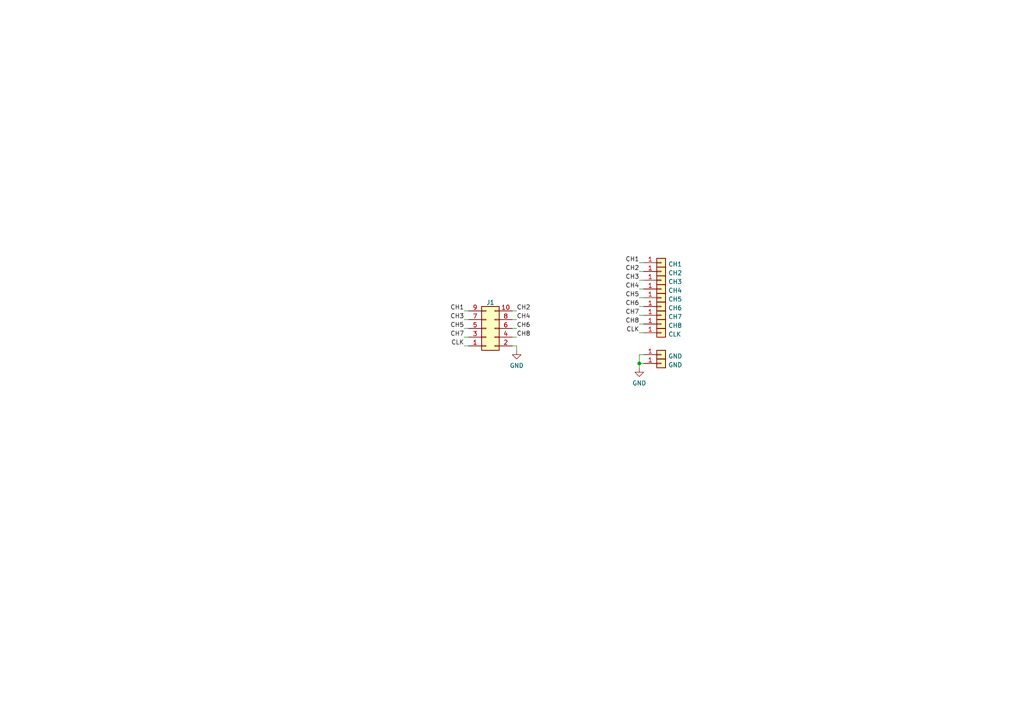
<source format=kicad_sch>
(kicad_sch (version 20211123) (generator eeschema)
  (paper "A4")
  (lib_symbols
    (symbol "Connector_Generic:Conn_01x01" (pin_names (offset 1.016) hide)
      (property "Reference" "J" (at 0 2.54 0))
      (property "Value" "Conn_01x01" (at 0 -2.54 0))
      (symbol "Conn_01x01_1_1"
        (rectangle (start -1.27 0.127) (end 0 -0.127) (stroke (width 0.1524)))
        (rectangle (start -1.27 1.27) (end 1.27 -1.27) (stroke (width 0.254)) (fill (type background)))
        (pin passive line (at -5.08 0 0) (length 3.81) (name "Pin_1") (number "1"))
      )
    )
    (symbol "Connector_Generic:Conn_02x05_Odd_Even" (pin_names (offset 1.016) hide)
      (property "Reference" "J" (at 1.27 7.62 0))
      (property "Value" "Conn_02x05_Odd_Even" (at 1.27 -7.62 0))
      (symbol "Conn_02x05_Odd_Even_1_1"
        (rectangle (start -1.27 -4.953) (end 0 -5.207) (stroke (width 0.1524)))
        (rectangle (start -1.27 -2.413) (end 0 -2.667) (stroke (width 0.1524)))
        (rectangle (start -1.27 0.127) (end 0 -0.127) (stroke (width 0.1524)))
        (rectangle (start -1.27 2.667) (end 0 2.413) (stroke (width 0.1524)))
        (rectangle (start -1.27 5.207) (end 0 4.953) (stroke (width 0.1524)))
        (rectangle (start -1.27 6.35) (end 3.81 -6.35) (stroke (width 0.254)) (fill (type background)))
        (rectangle (start 3.81 -4.953) (end 2.54 -5.207) (stroke (width 0.1524)))
        (rectangle (start 3.81 -2.413) (end 2.54 -2.667) (stroke (width 0.1524)))
        (rectangle (start 3.81 0.127) (end 2.54 -0.127) (stroke (width 0.1524)))
        (rectangle (start 3.81 2.667) (end 2.54 2.413) (stroke (width 0.1524)))
        (rectangle (start 3.81 5.207) (end 2.54 4.953) (stroke (width 0.1524)))
        (pin passive line (at -5.08 5.08 0) (length 3.81) (name "Pin_1") (number "1"))
        (pin passive line (at 7.62 -5.08 180) (length 3.81) (name "Pin_10") (number "10"))
        (pin passive line (at 7.62 5.08 180) (length 3.81) (name "Pin_2") (number "2"))
        (pin passive line (at -5.08 2.54 0) (length 3.81) (name "Pin_3") (number "3"))
        (pin passive line (at 7.62 2.54 180) (length 3.81) (name "Pin_4") (number "4"))
        (pin passive line (at -5.08 0 0) (length 3.81) (name "Pin_5") (number "5"))
        (pin passive line (at 7.62 0 180) (length 3.81) (name "Pin_6") (number "6"))
        (pin passive line (at -5.08 -2.54 0) (length 3.81) (name "Pin_7") (number "7"))
        (pin passive line (at 7.62 -2.54 180) (length 3.81) (name "Pin_8") (number "8"))
        (pin passive line (at -5.08 -5.08 0) (length 3.81) (name "Pin_9") (number "9"))
      )
    )
    (symbol "power:GND" (power) (pin_names (offset 0))
      (property "Value" "GND" (at 0 -3.81 0))
      (symbol "GND_0_1"
        (polyline (pts (xy 0 0) (xy 0 -1.27) (xy 1.27 -1.27) (xy 0 -2.54) (xy -1.27 -1.27) (xy 0 -1.27)))
      )
      (symbol "GND_1_1"
        (pin power_in line (at 0 0 270) (length 0) hide (name "GND") (number "1"))
      )
    )
  )
  (junction (at 185.42 105.41))
  (wire (pts (xy 148.59 90.17) (xy 149.86 90.17)))
  (wire (pts (xy 185.42 86.36) (xy 186.69 86.36)))
  (wire (pts (xy 185.42 102.87) (xy 185.42 105.41)))
  (wire (pts (xy 185.42 88.9) (xy 186.69 88.9)))
  (wire (pts (xy 186.69 102.87) (xy 185.42 102.87)))
  (wire (pts (xy 148.59 100.33) (xy 149.86 100.33)))
  (wire (pts (xy 185.42 93.98) (xy 186.69 93.98)))
  (wire (pts (xy 134.62 95.25) (xy 135.89 95.25)))
  (wire (pts (xy 134.62 92.71) (xy 135.89 92.71)))
  (wire (pts (xy 185.42 96.52) (xy 186.69 96.52)))
  (wire (pts (xy 185.42 81.28) (xy 186.69 81.28)))
  (wire (pts (xy 149.86 100.33) (xy 149.86 101.6)))
  (wire (pts (xy 185.42 91.44) (xy 186.69 91.44)))
  (wire (pts (xy 185.42 105.41) (xy 185.42 106.68)))
  (wire (pts (xy 134.62 97.79) (xy 135.89 97.79)))
  (wire (pts (xy 148.59 95.25) (xy 149.86 95.25)))
  (wire (pts (xy 134.62 100.33) (xy 135.89 100.33)))
  (wire (pts (xy 148.59 97.79) (xy 149.86 97.79)))
  (wire (pts (xy 185.42 105.41) (xy 186.69 105.41)))
  (wire (pts (xy 185.42 78.74) (xy 186.69 78.74)))
  (wire (pts (xy 148.59 92.71) (xy 149.86 92.71)))
  (wire (pts (xy 185.42 76.2) (xy 186.69 76.2)))
  (wire (pts (xy 134.62 90.17) (xy 135.89 90.17)))
  (wire (pts (xy 185.42 83.82) (xy 186.69 83.82)))
  (label "CH3" (at 134.62 92.71 180))
  (label "CLK" (at 185.42 96.52 180))
  (label "CH7" (at 185.42 91.44 180))
  (label "CH4" (at 185.42 83.82 180))
  (label "CH1" (at 134.62 90.17 180))
  (label "CH6" (at 185.42 88.9 180))
  (label "CH1" (at 185.42 76.2 180))
  (label "CH2" (at 185.42 78.74 180))
  (label "CH8" (at 185.42 93.98 180))
  (label "CH5" (at 134.62 95.25 180))
  (label "CH4" (at 149.86 92.71 0))
  (label "CH2" (at 149.86 90.17 0))
  (label "CH5" (at 185.42 86.36 180))
  (label "CH7" (at 134.62 97.79 180))
  (label "CH8" (at 149.86 97.79 0))
  (label "CH3" (at 185.42 81.28 180))
  (label "CLK" (at 134.62 100.33 180))
  (label "CH6" (at 149.86 95.25 0))
  (symbol (lib_id "Connector_Generic:Conn_01x01") (at 191.77 81.28 0) (unit 1)
    (property "Reference" "J4" (effects hide))
    (property "Value" "CH3" (at 193.802 81.7138 0) (effects (justify left)))
    (property "Footprint" "local:SolderPoint" (effects hide))
  )
  (symbol (lib_id "Connector_Generic:Conn_01x01") (at 191.77 88.9 0) (unit 1)
    (property "Reference" "J7" (effects hide))
    (property "Value" "CH6" (at 193.802 89.3338 0) (effects (justify left)))
    (property "Footprint" "local:SolderPoint" (effects hide))
  )
  (symbol (lib_id "Connector_Generic:Conn_01x01") (at 191.77 86.36 0) (unit 1)
    (property "Reference" "J6" (effects hide))
    (property "Value" "CH5" (at 193.802 86.7938 0) (effects (justify left)))
    (property "Footprint" "local:SolderPoint" (effects hide))
  )
  (symbol (lib_id "Connector_Generic:Conn_01x01") (at 191.77 96.52 0) (unit 1)
    (property "Reference" "J10" (effects hide))
    (property "Value" "CLK" (at 193.802 96.9538 0) (effects (justify left)))
    (property "Footprint" "local:SolderPoint" (effects hide))
  )
  (symbol (lib_id "Connector_Generic:Conn_01x01") (at 191.77 91.44 0) (unit 1)
    (property "Reference" "J8" (effects hide))
    (property "Value" "CH7" (at 193.802 91.8738 0) (effects (justify left)))
    (property "Footprint" "local:SolderPoint" (effects hide))
  )
  (symbol (lib_id "Connector_Generic:Conn_01x01") (at 191.77 78.74 0) (unit 1)
    (property "Reference" "J3" (effects hide))
    (property "Value" "CH2" (at 193.802 79.1738 0) (effects (justify left)))
    (property "Footprint" "local:SolderPoint" (effects hide))
  )
  (symbol (lib_id "Connector_Generic:Conn_01x01") (at 191.77 93.98 0) (unit 1)
    (property "Reference" "J9" (effects hide))
    (property "Value" "CH8" (at 193.802 94.4138 0) (effects (justify left)))
    (property "Footprint" "local:SolderPoint" (effects hide))
  )
  (symbol (lib_id "power:GND") (at 149.86 101.6 0) (unit 1)
    (property "Reference" "#PWR01" (effects hide))
    (property "Value" "GND" (at 149.86 106.0434 0))
  )
  (symbol (lib_id "Connector_Generic:Conn_01x01") (at 191.77 76.2 0) (unit 1)
    (property "Reference" "J2" (effects hide))
    (property "Value" "CH1" (at 193.802 76.6338 0) (effects (justify left)))
    (property "Footprint" "local:SolderPoint" (effects hide))
  )
  (symbol (lib_id "power:GND") (at 185.42 106.68 0) (unit 1)
    (property "Reference" "#PWR02" (effects hide))
    (property "Value" "GND" (at 185.42 111.1234 0))
  )
  (symbol (lib_id "Connector_Generic:Conn_02x05_Odd_Even") (at 140.97 95.25 0) (mirror x) (unit 1)
    (property "Reference" "J1" (at 142.24 87.7372 0))
    (property "Value" "Conn_02x05_Odd_Even" (effects hide))
    (property "Footprint" "Connector_PinHeader_2.54mm:PinHeader_2x05_P2.54mm_Vertical" (effects hide))
    (property "Datasheet" "https://s3.amazonaws.com/catalogspreads-pdf/PAGE123%20.100%20SFH11%20SERIES%20FEMALE%20HDR%20ST%20RA.pdf" (effects hide))
    (property "Manufacturer" "Sullins Connector Solutions" (effects hide))
    (property "MPN" "SFH11-PBPC-D05-RA-BK" (effects hide))
    (property "Digikey" "S9202-ND" (effects hide))
  )
  (symbol (lib_id "Connector_Generic:Conn_01x01") (at 191.77 105.41 0) (unit 1)
    (property "Reference" "J12" (effects hide))
    (property "Value" "GND" (at 193.802 105.8438 0) (effects (justify left)))
    (property "Footprint" "local:SolderPoint" (effects hide))
  )
  (symbol (lib_id "Connector_Generic:Conn_01x01") (at 191.77 102.87 0) (unit 1)
    (property "Reference" "J11" (effects hide))
    (property "Value" "GND" (at 193.802 103.3038 0) (effects (justify left)))
    (property "Footprint" "local:SolderPoint" (effects hide))
  )
  (symbol (lib_id "Connector_Generic:Conn_01x01") (at 191.77 83.82 0) (unit 1)
    (property "Reference" "J5" (effects hide))
    (property "Value" "CH4" (at 193.802 84.2538 0) (effects (justify left)))
    (property "Footprint" "local:SolderPoint" (effects hide))
  )
)
</source>
